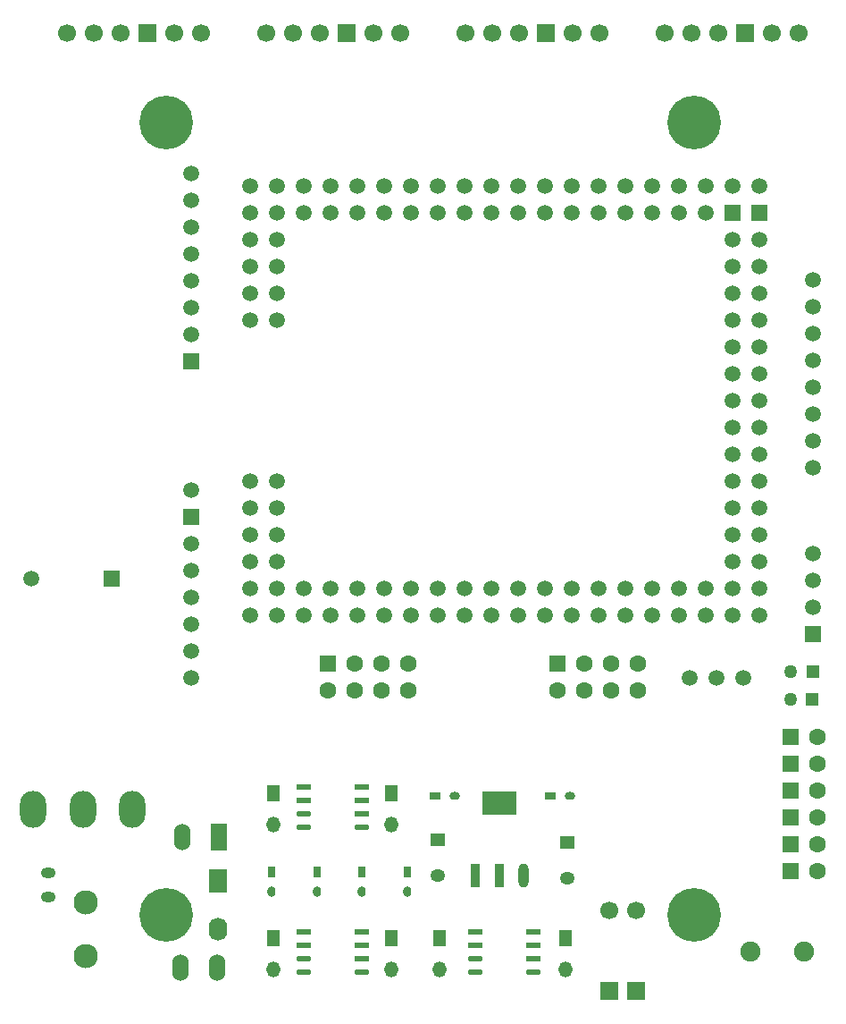
<source format=gbr>
%TF.GenerationSoftware,Altium Limited,Altium Designer,22.3.1 (43)*%
G04 Layer_Color=255*
%FSLAX26Y26*%
%MOIN*%
%TF.SameCoordinates,A6686B76-6886-4B69-866F-DC8958589E3E*%
%TF.FilePolarity,Positive*%
%TF.FileFunction,Pads,Bot*%
%TF.Part,Single*%
G01*
G75*
%TA.AperFunction,SMDPad,CuDef*%
%ADD11R,0.055118X0.047244*%
%ADD12O,0.055118X0.047244*%
%ADD13R,0.040000X0.030000*%
%ADD14O,0.040000X0.030000*%
%ADD16C,0.050000*%
%ADD17R,0.030000X0.040000*%
%ADD18O,0.030000X0.040000*%
%ADD19O,0.037402X0.090551*%
%ADD20R,0.037402X0.090551*%
%ADD21R,0.129921X0.090551*%
%TA.AperFunction,ComponentPad*%
%ADD29R,0.059055X0.059055*%
%ADD30C,0.059055*%
%ADD31R,0.059055X0.059055*%
%ADD32C,0.066929*%
%ADD33R,0.066929X0.066929*%
%ADD34C,0.200000*%
%ADD35R,0.062992X0.062992*%
%ADD36C,0.062992*%
%ADD37O,0.098425X0.137795*%
%ADD38C,0.090551*%
%ADD39C,0.074803*%
%ADD40R,0.062992X0.062992*%
%TA.AperFunction,SMDPad,CuDef*%
%ADD42O,0.051181X0.060000*%
%ADD43R,0.051181X0.060000*%
%ADD44O,0.056693X0.021654*%
%ADD45R,0.056693X0.021654*%
%ADD46R,0.050000X0.050000*%
%ADD47O,0.055000X0.040000*%
%ADD48O,0.068898X0.086614*%
%ADD49R,0.068898X0.086614*%
%ADD50O,0.060000X0.100000*%
%ADD51R,0.060000X0.100000*%
D11*
X2092064Y661930D02*
D03*
X1607938Y671930D02*
D03*
D12*
X2092064Y528070D02*
D03*
X1607938Y538070D02*
D03*
D13*
X1599000Y835000D02*
D03*
X2028000D02*
D03*
D14*
X1672000D02*
D03*
X2101000D02*
D03*
D16*
X2925000Y1300000D02*
D03*
X2924900Y1195000D02*
D03*
D17*
X1495000Y551500D02*
D03*
X1326666D02*
D03*
X1158334D02*
D03*
X990000D02*
D03*
D18*
X1326666Y478500D02*
D03*
X1158334D02*
D03*
X990000D02*
D03*
X1495000D02*
D03*
D19*
X1930552Y540000D02*
D03*
D20*
X1840000D02*
D03*
X1749448D02*
D03*
D21*
X1840000Y810000D02*
D03*
D29*
X3010000Y1440000D02*
D03*
X690000Y1875000D02*
D03*
Y2455000D02*
D03*
D30*
X3010000Y1540000D02*
D03*
Y1640000D02*
D03*
Y1740000D02*
D03*
X91615Y1644999D02*
D03*
X690000Y1275000D02*
D03*
Y1375000D02*
D03*
Y1475000D02*
D03*
Y1575000D02*
D03*
Y1675000D02*
D03*
Y1775000D02*
D03*
Y1975000D02*
D03*
X2710000Y1610000D02*
D03*
Y1510000D02*
D03*
X2810000Y1610000D02*
D03*
Y1510000D02*
D03*
X2710000Y1710000D02*
D03*
X2810000D02*
D03*
X2710000Y1810000D02*
D03*
X2810000D02*
D03*
X2710000Y1910000D02*
D03*
X2810000D02*
D03*
X2710000Y2010000D02*
D03*
X2810000D02*
D03*
X2710000Y2110000D02*
D03*
X2810000D02*
D03*
X2710000Y2210000D02*
D03*
X2810000D02*
D03*
X2710000Y2310000D02*
D03*
X2810000D02*
D03*
X2710000Y2410000D02*
D03*
X2810000D02*
D03*
X2710000Y2510000D02*
D03*
X2810000D02*
D03*
X2710000Y2610000D02*
D03*
X2810000D02*
D03*
X2710000Y2710000D02*
D03*
X2810000D02*
D03*
X2710000Y2810000D02*
D03*
X2810000D02*
D03*
X2710000Y2910000D02*
D03*
X2810000D02*
D03*
X2610000Y1510000D02*
D03*
Y1610000D02*
D03*
X2510000Y1510000D02*
D03*
Y1610000D02*
D03*
X2410000Y1510000D02*
D03*
Y1610000D02*
D03*
X2310000Y1510000D02*
D03*
Y1610000D02*
D03*
X2210000Y1510000D02*
D03*
Y1610000D02*
D03*
X2110000Y1510000D02*
D03*
Y1610000D02*
D03*
X2010000Y1510000D02*
D03*
Y1610000D02*
D03*
X1910000Y1510000D02*
D03*
Y1610000D02*
D03*
X1810000Y1510000D02*
D03*
Y1610000D02*
D03*
X1710000Y1510000D02*
D03*
Y1610000D02*
D03*
X2510000Y3010000D02*
D03*
Y3110000D02*
D03*
X2610000Y3010000D02*
D03*
Y3110000D02*
D03*
X2710000D02*
D03*
X2810000D02*
D03*
X1610000Y1510000D02*
D03*
Y1610000D02*
D03*
X1510000Y1510000D02*
D03*
Y1610000D02*
D03*
X1410000Y1510000D02*
D03*
Y1610000D02*
D03*
X1310000Y1510000D02*
D03*
Y1610000D02*
D03*
X1210000Y1510000D02*
D03*
Y1610000D02*
D03*
X1110000Y1510000D02*
D03*
Y1610000D02*
D03*
X1010000Y1510000D02*
D03*
Y1610000D02*
D03*
X910000Y1510000D02*
D03*
Y1610000D02*
D03*
Y1710000D02*
D03*
X1010000D02*
D03*
X910000Y1810000D02*
D03*
X1010000D02*
D03*
X910000Y1910000D02*
D03*
X1010000D02*
D03*
X910000Y2010000D02*
D03*
X1010000D02*
D03*
Y2610000D02*
D03*
X910000D02*
D03*
X1010000Y2710000D02*
D03*
X910000D02*
D03*
X1010000Y2810000D02*
D03*
X910000D02*
D03*
X1010000Y2910000D02*
D03*
X910000D02*
D03*
Y3010000D02*
D03*
Y3110000D02*
D03*
X1010000Y3010000D02*
D03*
Y3110000D02*
D03*
X1110000Y3010000D02*
D03*
Y3110000D02*
D03*
X1210000Y3010000D02*
D03*
Y3110000D02*
D03*
X1310000Y3010000D02*
D03*
Y3110000D02*
D03*
X1410000Y3010000D02*
D03*
Y3110000D02*
D03*
X1510000Y3010000D02*
D03*
Y3110000D02*
D03*
X1610000Y3010000D02*
D03*
Y3110000D02*
D03*
X1710000Y3010000D02*
D03*
Y3110000D02*
D03*
X1810000Y3010000D02*
D03*
Y3110000D02*
D03*
X1910000Y3010000D02*
D03*
Y3110000D02*
D03*
X2010000Y3010000D02*
D03*
Y3110000D02*
D03*
X2110000Y3010000D02*
D03*
Y3110000D02*
D03*
X2210000Y3010000D02*
D03*
Y3110000D02*
D03*
X2310000Y3010000D02*
D03*
Y3110000D02*
D03*
X2410000Y3010000D02*
D03*
Y3110000D02*
D03*
X2750000Y1275000D02*
D03*
X2650000D02*
D03*
X2550000D02*
D03*
X690000Y2555000D02*
D03*
Y2655000D02*
D03*
Y2755000D02*
D03*
Y2855000D02*
D03*
Y2955000D02*
D03*
Y3055000D02*
D03*
Y3155000D02*
D03*
X3010000Y2060000D02*
D03*
Y2160000D02*
D03*
Y2260000D02*
D03*
Y2360000D02*
D03*
Y2460000D02*
D03*
Y2560000D02*
D03*
Y2660000D02*
D03*
Y2760000D02*
D03*
D31*
X390827Y1644999D02*
D03*
X2710000Y3010000D02*
D03*
X2810000D02*
D03*
D32*
X225000Y3680000D02*
D03*
X725000D02*
D03*
X625000D02*
D03*
X425000D02*
D03*
X325000D02*
D03*
X968334D02*
D03*
X1468334D02*
D03*
X1368334D02*
D03*
X1168334D02*
D03*
X1068334D02*
D03*
X1711666D02*
D03*
X2211666D02*
D03*
X2111666D02*
D03*
X1911666D02*
D03*
X1811666D02*
D03*
X2455000D02*
D03*
X2955000D02*
D03*
X2855000D02*
D03*
X2655000D02*
D03*
X2555000D02*
D03*
X2350000Y410000D02*
D03*
X2250000D02*
D03*
D33*
X525000Y3680000D02*
D03*
X1268334D02*
D03*
X2011666D02*
D03*
X2755000D02*
D03*
X2350000Y110000D02*
D03*
X2250000D02*
D03*
D34*
X2564704Y3346456D02*
D03*
X596200D02*
D03*
X2564704Y393700D02*
D03*
X596200D02*
D03*
D35*
X2925000Y1055000D02*
D03*
Y955000D02*
D03*
Y855000D02*
D03*
Y755000D02*
D03*
Y655000D02*
D03*
Y555000D02*
D03*
D36*
X3025000Y1055000D02*
D03*
Y955000D02*
D03*
Y855000D02*
D03*
Y755000D02*
D03*
Y655000D02*
D03*
Y555000D02*
D03*
X1200000Y1230000D02*
D03*
X1300000D02*
D03*
Y1330000D02*
D03*
X1400000Y1230000D02*
D03*
Y1330000D02*
D03*
X1500000D02*
D03*
Y1230000D02*
D03*
X2055000D02*
D03*
X2155000D02*
D03*
Y1330000D02*
D03*
X2255000Y1230000D02*
D03*
Y1330000D02*
D03*
X2355000D02*
D03*
Y1230000D02*
D03*
D37*
X100000Y785000D02*
D03*
X285040D02*
D03*
X470080D02*
D03*
D38*
X295000Y440000D02*
D03*
Y240000D02*
D03*
D39*
X2775000Y255000D02*
D03*
X2975000D02*
D03*
D40*
X1200000Y1330000D02*
D03*
X2055000D02*
D03*
D42*
X995000Y188450D02*
D03*
X1615000D02*
D03*
X2085000D02*
D03*
X1435000D02*
D03*
Y728450D02*
D03*
X995000D02*
D03*
D43*
X1615000Y306450D02*
D03*
X2085000D02*
D03*
X995000D02*
D03*
X1435000D02*
D03*
Y846450D02*
D03*
X995000D02*
D03*
D44*
X1748466Y229608D02*
D03*
Y179214D02*
D03*
X1965000D02*
D03*
X1110000Y768528D02*
D03*
Y718134D02*
D03*
X1326536D02*
D03*
X1110000Y228528D02*
D03*
Y178134D02*
D03*
X1326536D02*
D03*
D45*
X1748466Y280000D02*
D03*
Y330394D02*
D03*
X1965000Y229608D02*
D03*
Y280000D02*
D03*
Y330394D02*
D03*
X1110000Y818922D02*
D03*
Y869316D02*
D03*
X1326536Y768528D02*
D03*
Y818922D02*
D03*
Y869316D02*
D03*
X1110000Y278922D02*
D03*
Y329316D02*
D03*
X1326536Y228528D02*
D03*
Y278922D02*
D03*
Y329316D02*
D03*
D46*
X3007300Y1299800D02*
D03*
X3007200Y1194800D02*
D03*
D47*
X155000Y550000D02*
D03*
Y460000D02*
D03*
D48*
X790000Y339448D02*
D03*
D49*
Y520552D02*
D03*
D50*
X649000Y197000D02*
D03*
X784000D02*
D03*
X657000Y681000D02*
D03*
D51*
X792000D02*
D03*
%TF.MD5,1825e175ac46dae70d2a54c37edcf1da*%
M02*

</source>
